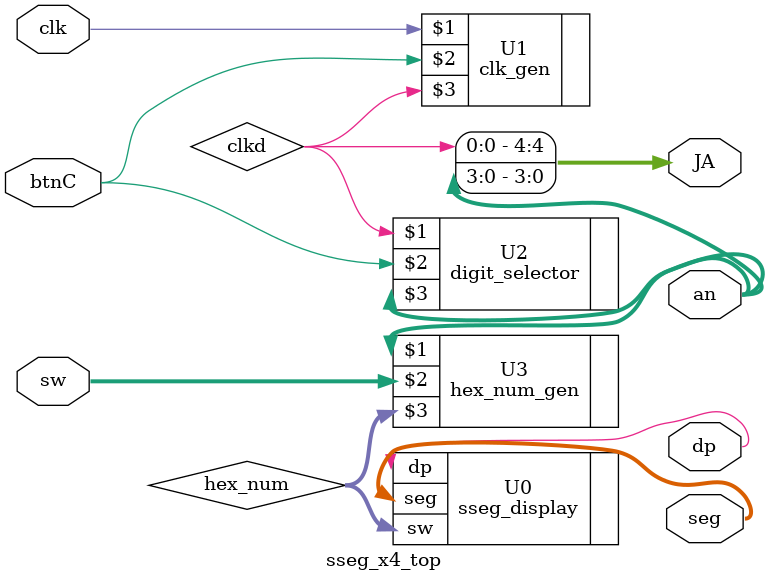
<source format=v>
`timescale 1ns / 1ps


module sseg_x4_top(input clk, input btnC, input [15:0] sw,
    output [6:0] seg, output [3:0] an, output dp, output [4:0] JA);
    wire clkd;
    
    wire [3:0] hex_num; // seg and dp are already declared as ports    
    sseg_display U0(
    .seg   (seg),           //  drives the seven LEDs for the display
    .dp    (dp),            //  decimal place assigned permanently to 1'b1
    .sw    (hex_num)        //  can't be called sw any more so I'll call it hex_num
    );
                
    clk_gen U1(clk, btnC, clkd);
    digit_selector U2(clkd, btnC, an);
    hex_num_gen U3(an, sw, hex_num);

    assign JA = {clkd, an};
endmodule

</source>
